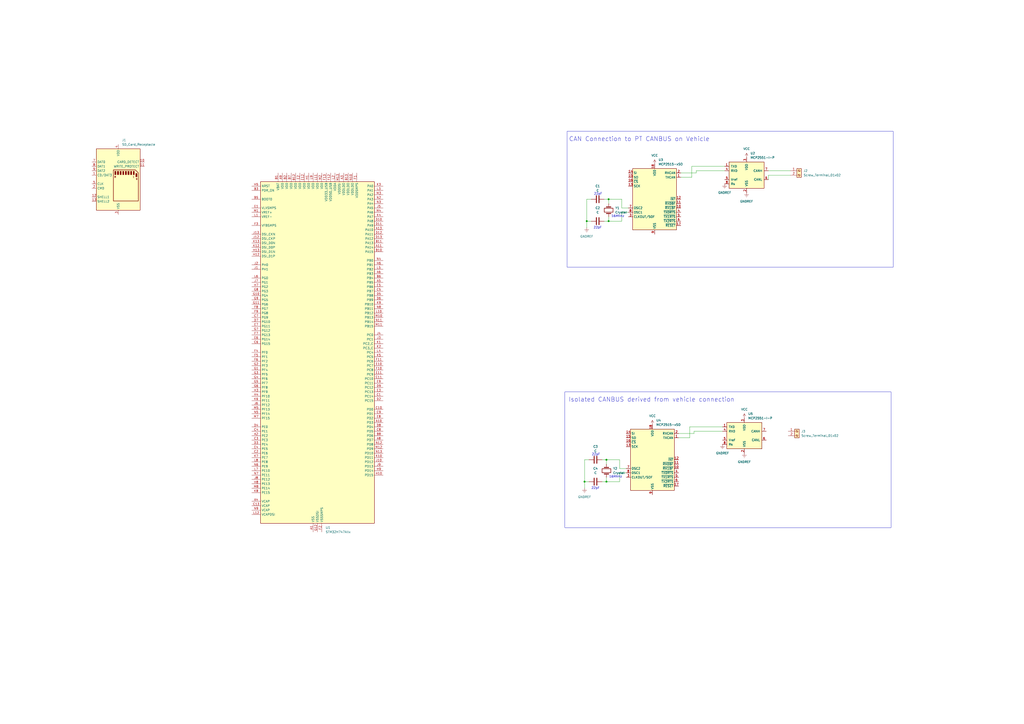
<source format=kicad_sch>
(kicad_sch (version 20231120) (generator "eeschema") (generator_version "8.0")
  (paper "A2")
  (lib_symbols
    (symbol "Connector:SD_Card_Receptacle"
      (property "Reference" "J" (at -11.938 19.304 0))
      (property "Value" "SD_Card_Receptacle" (at 10.922 -19.558 0))
      (symbol "SD_Card_Receptacle_0_1"
        (rectangle (start -2.032 2.794) (end -1.27 4.826) (fill (type outline)))
        (rectangle (start -0.508 2.794) (end 0.254 4.826) (fill (type outline)))
        (rectangle (start 1.016 2.794) (end 1.778 4.826) (fill (type outline)))
        (rectangle (start 2.54 2.794) (end 3.302 4.826) (fill (type outline)))
        (rectangle (start 4.064 2.794) (end 4.826 4.826) (fill (type outline)))
        (rectangle (start 5.588 2.794) (end 6.35 4.826) (fill (type outline)))
        (rectangle (start 7.112 2.794) (end 7.874 4.826) (fill (type outline)))
        (rectangle (start 8.636 2.794) (end 9.398 4.826) (fill (type outline)))
        (rectangle (start 10.16 1.524) (end 10.922 3.556) (fill (type outline)))
      )
      (symbol "SD_Card_Receptacle_1_1"
        (rectangle (start -12.7 17.78) (end 12.7 -17.78) (stroke (width 0.254)) (fill (type background)))
        (polyline (pts (xy 9.906 5.588) (xy -2.794 5.588) (xy -2.794 -12.446) (xy 11.684 -12.446) (xy 11.684 3.81) (xy 9.906 5.588)) (stroke (width 0.3)))
        (text "1" (at 8.89 1.524 0) (effects (font (size 0.9 0.9))))
        (text "8" (at -1.778 1.524 0) (effects (font (size 0.9 0.9))))
        (text "9" (at 10.668 0.254 0) (effects (font (size 0.9 0.9))))
        (pin bidirectional line (at -15.24 2.54 0) (length 2.54) (name "CD/DAT3") (number "1"))
        (pin output line (at 15.24 10.16 180) (length 2.54) (name "CARD_DETECT") (number "10"))
        (pin output line (at 15.24 7.62 180) (length 2.54) (name "WRITE_PROTECT") (number "11"))
        (pin passive line (at -15.24 -10.16 0) (length 2.54) (name "SHELL1") (number "12"))
        (pin passive line (at -15.24 -12.7 0) (length 2.54) (name "SHELL2") (number "13"))
        (pin bidirectional line (at -15.24 -5.08 0) (length 2.54) (name "CMD") (number "2"))
        (pin power_in line (at 0 -20.32 90) (length 2.54) (name "VSS") (number "3"))
        (pin power_in line (at 0 20.32 270) (length 2.54) (name "VDD") (number "4"))
        (pin input line (at -15.24 -2.54 0) (length 2.54) (name "CLK") (number "5"))
        (pin passive line (at 0 -20.32 90) (length 2.54) hide (name "VSS") (number "6"))
        (pin bidirectional line (at -15.24 10.16 0) (length 2.54) (name "DAT0") (number "7"))
        (pin bidirectional line (at -15.24 7.62 0) (length 2.54) (name "DAT1") (number "8"))
        (pin bidirectional line (at -15.24 5.08 0) (length 2.54) (name "DAT2") (number "9"))
      )
    )
    (symbol "Connector:Screw_Terminal_01x02" (pin_names (offset 1.016) hide)
      (property "Reference" "J" (at 0 2.54 0))
      (property "Value" "Screw_Terminal_01x02" (at 0 -5.08 0))
      (symbol "Screw_Terminal_01x02_1_1"
        (rectangle (start -1.27 1.27) (end 1.27 -3.81) (stroke (width 0.254)) (fill (type background)))
        (circle (center 0 -2.54) (radius 0.635) (stroke (width 0.1524)))
        (polyline (pts (xy -0.5334 -2.2098) (xy 0.3302 -3.048)) (stroke (width 0.1524)))
        (polyline (pts (xy -0.5334 0.3302) (xy 0.3302 -0.508)) (stroke (width 0.1524)))
        (polyline (pts (xy -0.3556 -2.032) (xy 0.508 -2.8702)) (stroke (width 0.1524)))
        (polyline (pts (xy -0.3556 0.508) (xy 0.508 -0.3302)) (stroke (width 0.1524)))
        (circle (center 0 0) (radius 0.635) (stroke (width 0.1524)))
        (pin passive line (at -5.08 0 0) (length 3.81) (name "Pin_1") (number "1"))
        (pin passive line (at -5.08 -2.54 0) (length 3.81) (name "Pin_2") (number "2"))
      )
    )
    (symbol "Device:C" (pin_numbers hide) (pin_names (offset 0.254))
      (property "Reference" "C" (at 0.635 2.54 0))
      (property "Value" "C" (at 0.635 -2.54 0))
      (symbol "C_0_1"
        (polyline (pts (xy -2.032 -0.762) (xy 2.032 -0.762)) (stroke (width 0.508)))
        (polyline (pts (xy -2.032 0.762) (xy 2.032 0.762)) (stroke (width 0.508)))
      )
      (symbol "C_1_1"
        (pin passive line (at 0 3.81 270) (length 2.794) (name "~") (number "1"))
        (pin passive line (at 0 -3.81 90) (length 2.794) (name "~") (number "2"))
      )
    )
    (symbol "Device:Crystal" (pin_numbers hide) (pin_names (offset 1.016) hide)
      (property "Reference" "Y" (at 0 3.81 0))
      (property "Value" "Crystal" (at 0 -3.81 0))
      (symbol "Crystal_0_1"
        (rectangle (start -1.143 2.54) (end 1.143 -2.54) (stroke (width 0.3048)))
        (polyline (pts (xy -2.54 0) (xy -1.905 0)))
        (polyline (pts (xy -1.905 -1.27) (xy -1.905 1.27)) (stroke (width 0.508)))
        (polyline (pts (xy 1.905 -1.27) (xy 1.905 1.27)) (stroke (width 0.508)))
        (polyline (pts (xy 2.54 0) (xy 1.905 0)))
      )
      (symbol "Crystal_1_1"
        (pin passive line (at -3.81 0 0) (length 1.27) (name "1") (number "1"))
        (pin passive line (at 3.81 0 180) (length 1.27) (name "2") (number "2"))
      )
    )
    (symbol "Interface_CAN_LIN:MCP2515-xSO"
      (property "Reference" "U" (at -10.16 19.685 0))
      (property "Value" "MCP2515-xSO" (at 19.05 20.32 0))
      (symbol "MCP2515-xSO_0_1"
        (rectangle (start -12.7 17.78) (end 12.7 -17.78) (stroke (width 0.254)) (fill (type background)))
      )
      (symbol "MCP2515-xSO_1_1"
        (pin output line (at 15.24 12.7 180) (length 2.54) (name "TXCAN") (number "1"))
        (pin output line (at 15.24 -5.08 180) (length 2.54) (name "~{RX1BF}") (number "10"))
        (pin output line (at 15.24 -2.54 180) (length 2.54) (name "~{RX0BF}") (number "11"))
        (pin output line (at 15.24 0 180) (length 2.54) (name "~{INT}") (number "12"))
        (pin input line (at -15.24 7.62 0) (length 2.54) (name "SCK") (number "13"))
        (pin input line (at -15.24 15.24 0) (length 2.54) (name "SI") (number "14"))
        (pin output line (at -15.24 12.7 0) (length 2.54) (name "SO") (number "15"))
        (pin input line (at -15.24 10.16 0) (length 2.54) (name "~{CS}") (number "16"))
        (pin input line (at 15.24 -15.24 180) (length 2.54) (name "~{RESET}") (number "17"))
        (pin power_in line (at 0 20.32 270) (length 2.54) (name "VDD") (number "18"))
        (pin input line (at 15.24 15.24 180) (length 2.54) (name "RXCAN") (number "2"))
        (pin output line (at -15.24 -10.16 0) (length 2.54) (name "CLKOUT/SOF") (number "3"))
        (pin input line (at 15.24 -7.62 180) (length 2.54) (name "~{TX0RTS}") (number "4"))
        (pin input line (at 15.24 -10.16 180) (length 2.54) (name "~{TX1RTS}") (number "5"))
        (pin input line (at 15.24 -12.7 180) (length 2.54) (name "~{TX2RTS}") (number "6"))
        (pin output line (at -15.24 -5.08 0) (length 2.54) (name "OSC2") (number "7"))
        (pin input line (at -15.24 -7.62 0) (length 2.54) (name "OSC1") (number "8"))
        (pin power_in line (at 0 -20.32 90) (length 2.54) (name "VSS") (number "9"))
      )
    )
    (symbol "Interface_CAN_LIN:MCP2551-I-P" (pin_names (offset 1.016))
      (property "Reference" "U" (at -10.16 8.89 0))
      (property "Value" "MCP2551-I-P" (at 2.54 8.89 0))
      (symbol "MCP2551-I-P_0_1"
        (rectangle (start -10.16 7.62) (end 10.16 -7.62) (stroke (width 0.254)) (fill (type background)))
      )
      (symbol "MCP2551-I-P_1_1"
        (pin input line (at -12.7 5.08 0) (length 2.54) (name "TXD") (number "1"))
        (pin power_in line (at 0 -10.16 90) (length 2.54) (name "VSS") (number "2"))
        (pin power_in line (at 0 10.16 270) (length 2.54) (name "VDD") (number "3"))
        (pin output line (at -12.7 2.54 0) (length 2.54) (name "RXD") (number "4"))
        (pin power_out line (at -12.7 -2.54 0) (length 2.54) (name "Vref") (number "5"))
        (pin bidirectional line (at 12.7 -2.54 180) (length 2.54) (name "CANL") (number "6"))
        (pin bidirectional line (at 12.7 2.54 180) (length 2.54) (name "CANH") (number "7"))
        (pin input line (at -12.7 -5.08 0) (length 2.54) (name "Rs") (number "8"))
      )
    )
    (symbol "MCU_ST_STM32H7:STM32H747AIIx"
      (property "Reference" "U" (at -33.02 100.33 0))
      (property "Value" "STM32H747AIIx" (at 25.4 100.33 0))
      (symbol "STM32H747AIIx_0_1"
        (rectangle (start -33.02 -99.06) (end 33.02 99.06) (stroke (width 0.254)) (fill (type background)))
      )
      (symbol "STM32H747AIIx_1_1"
        (pin power_in line (at -2.54 -104.14 90) (length 5.08) (name "VSS") (number "A1"))
        (pin bidirectional line (at 38.1 -40.64 180) (length 5.08) (name "PD3") (number "A10"))
        (pin bidirectional line (at 38.1 60.96 180) (length 5.08) (name "PA14") (number "A11"))
        (pin passive line (at -2.54 -104.14 90) (length 5.08) hide (name "VSS") (number "A12"))
        (pin bidirectional line (at 38.1 71.12 180) (length 5.08) (name "PA10") (number "A13"))
        (pin bidirectional line (at -38.1 -48.26 0) (length 5.08) (name "PE2") (number "A2"))
        (pin power_in line (at 15.24 104.14 270) (length 5.08) (name "VDDLDO") (number "A3"))
        (pin power_out line (at -38.1 -86.36 0) (length 5.08) (name "VCAP") (number "A4"))
        (pin bidirectional line (at 38.1 40.64 180) (length 5.08) (name "PB5") (number "A5"))
        (pin bidirectional line (at 38.1 45.72 180) (length 5.08) (name "PB3") (number "A6"))
        (pin passive line (at -2.54 -104.14 90) (length 5.08) hide (name "VSS") (number "A7"))
        (pin bidirectional line (at 38.1 -50.8 180) (length 5.08) (name "PD7") (number "A8"))
        (pin power_in line (at -20.32 104.14 270) (length 5.08) (name "VDD") (number "A9"))
        (pin power_in line (at -22.86 104.14 270) (length 5.08) (name "VBAT") (number "B1"))
        (pin bidirectional line (at 38.1 58.42 180) (length 5.08) (name "PA15") (number "B10"))
        (pin bidirectional line (at 38.1 63.5 180) (length 5.08) (name "PA13") (number "B11"))
        (pin power_in line (at -12.7 104.14 270) (length 5.08) (name "VDD") (number "B12"))
        (pin power_in line (at 17.78 104.14 270) (length 5.08) (name "VDDLDO") (number "B13"))
        (pin power_in line (at -17.78 104.14 270) (length 5.08) (name "VDD") (number "B2"))
        (pin input line (at -38.1 93.98 0) (length 5.08) (name "PDR_ON") (number "B3"))
        (pin passive line (at -2.54 -104.14 90) (length 5.08) hide (name "VSS") (number "B4"))
        (pin input line (at -38.1 88.9 0) (length 5.08) (name "BOOT0") (number "B5"))
        (pin bidirectional line (at 38.1 43.18 180) (length 5.08) (name "PB4") (number "B6"))
        (pin power_in line (at -15.24 104.14 270) (length 5.08) (name "VDD") (number "B7"))
        (pin bidirectional line (at 38.1 -48.26 180) (length 5.08) (name "PD6") (number "B8"))
        (pin passive line (at -2.54 -104.14 90) (length 5.08) hide (name "VSS") (number "B9"))
        (pin bidirectional line (at 38.1 -25.4 180) (length 5.08) (name "PC14") (number "C1"))
        (pin bidirectional line (at 38.1 -33.02 180) (length 5.08) (name "PD0") (number "C10"))
        (pin bidirectional line (at 38.1 -15.24 180) (length 5.08) (name "PC10") (number "C11"))
        (pin passive line (at -2.54 -104.14 90) (length 5.08) hide (name "VSS") (number "C12"))
        (pin power_out line (at -38.1 -88.9 0) (length 5.08) (name "VCAP") (number "C13"))
        (pin bidirectional line (at -38.1 -58.42 0) (length 5.08) (name "PE6") (number "C2"))
        (pin bidirectional line (at -38.1 -50.8 0) (length 5.08) (name "PE3") (number "C3"))
        (pin bidirectional line (at -38.1 -45.72 0) (length 5.08) (name "PE1") (number "C4"))
        (pin bidirectional line (at 38.1 35.56 180) (length 5.08) (name "PB7") (number "C5"))
        (pin bidirectional line (at -38.1 5.08 0) (length 5.08) (name "PG15") (number "C6"))
        (pin bidirectional line (at -38.1 20.32 0) (length 5.08) (name "PG9") (number "C7"))
        (pin bidirectional line (at 38.1 -45.72 180) (length 5.08) (name "PD5") (number "C8"))
        (pin bidirectional line (at 38.1 -35.56 180) (length 5.08) (name "PD1") (number "C9"))
        (pin passive line (at -2.54 -104.14 90) (length 5.08) hide (name "VSS") (number "D1"))
        (pin bidirectional line (at 38.1 76.2 180) (length 5.08) (name "PA8") (number "D10"))
        (pin bidirectional line (at 38.1 73.66 180) (length 5.08) (name "PA9") (number "D11"))
        (pin bidirectional line (at 38.1 68.58 180) (length 5.08) (name "PA11") (number "D12"))
        (pin bidirectional line (at 38.1 66.04 180) (length 5.08) (name "PA12") (number "D13"))
        (pin bidirectional line (at 38.1 -27.94 180) (length 5.08) (name "PC15") (number "D2"))
        (pin bidirectional line (at -38.1 -53.34 0) (length 5.08) (name "PE4") (number "D3"))
        (pin bidirectional line (at -38.1 -43.18 0) (length 5.08) (name "PE0") (number "D4"))
        (pin bidirectional line (at 38.1 33.02 180) (length 5.08) (name "PB8") (number "D5"))
        (pin bidirectional line (at 38.1 30.48 180) (length 5.08) (name "PB9") (number "D6"))
        (pin bidirectional line (at -38.1 17.78 0) (length 5.08) (name "PG10") (number "D7"))
        (pin bidirectional line (at 38.1 -43.18 180) (length 5.08) (name "PD4") (number "D8"))
        (pin bidirectional line (at 38.1 -20.32 180) (length 5.08) (name "PC12") (number "D9"))
        (pin power_in line (at -38.1 83.82 0) (length 5.08) (name "VLXSMPS") (number "E1"))
        (pin bidirectional line (at 38.1 -7.62 180) (length 5.08) (name "PC7") (number "E10"))
        (pin bidirectional line (at 38.1 -12.7 180) (length 5.08) (name "PC9") (number "E11"))
        (pin power_in line (at -7.62 104.14 270) (length 5.08) (name "VDD") (number "E12"))
        (pin passive line (at -2.54 -104.14 90) (length 5.08) hide (name "VSS") (number "E13"))
        (pin power_in line (at -10.16 104.14 270) (length 5.08) (name "VDD") (number "E2"))
        (pin bidirectional line (at 38.1 -22.86 180) (length 5.08) (name "PC13") (number "E3"))
        (pin bidirectional line (at -38.1 -55.88 0) (length 5.08) (name "PE5") (number "E4"))
        (pin bidirectional line (at 38.1 38.1 180) (length 5.08) (name "PB6") (number "E5"))
        (pin bidirectional line (at -38.1 7.62 0) (length 5.08) (name "PG14") (number "E6"))
        (pin bidirectional line (at -38.1 15.24 0) (length 5.08) (name "PG11") (number "E7"))
        (pin bidirectional line (at 38.1 -38.1 180) (length 5.08) (name "PD2") (number "E8"))
        (pin bidirectional line (at 38.1 -17.78 180) (length 5.08) (name "PC11") (number "E9"))
        (pin power_in line (at 22.86 104.14 270) (length 5.08) (name "VDDSMPS") (number "F1"))
        (pin bidirectional line (at 38.1 -10.16 180) (length 5.08) (name "PC8") (number "F10"))
        (pin bidirectional line (at 38.1 -5.08 180) (length 5.08) (name "PC6") (number "F11"))
        (pin power_in line (at 7.62 104.14 270) (length 5.08) (name "VDD50_USB") (number "F12"))
        (pin power_in line (at 5.08 104.14 270) (length 5.08) (name "VDD33_USB") (number "F13"))
        (pin power_in line (at 2.54 -104.14 90) (length 5.08) (name "VSSSMPS") (number "F2"))
        (pin input line (at -38.1 73.66 0) (length 5.08) (name "VFBSMPS") (number "F3"))
        (pin bidirectional line (at -38.1 0 0) (length 5.08) (name "PF0") (number "F4"))
        (pin bidirectional line (at -38.1 -2.54 0) (length 5.08) (name "PF1") (number "F5"))
        (pin bidirectional line (at -38.1 -5.08 0) (length 5.08) (name "PF2") (number "F6"))
        (pin bidirectional line (at -38.1 10.16 0) (length 5.08) (name "PG13") (number "F7"))
        (pin bidirectional line (at -38.1 25.4 0) (length 5.08) (name "PG7") (number "F8"))
        (pin bidirectional line (at -38.1 22.86 0) (length 5.08) (name "PG8") (number "F9"))
        (pin bidirectional line (at -38.1 -10.16 0) (length 5.08) (name "PF4") (number "G1"))
        (pin bidirectional line (at -38.1 33.02 0) (length 5.08) (name "PG4") (number "G10"))
        (pin bidirectional line (at -38.1 27.94 0) (length 5.08) (name "PG6") (number "G11"))
        (pin power_in line (at 0 -104.14 90) (length 5.08) (name "VSSDSI") (number "G12"))
        (pin passive line (at 0 -104.14 90) (length 5.08) hide (name "VSSDSI") (number "G13"))
        (pin bidirectional line (at -38.1 -7.62 0) (length 5.08) (name "PF3") (number "G2"))
        (pin bidirectional line (at -38.1 -12.7 0) (length 5.08) (name "PF5") (number "G3"))
        (pin bidirectional line (at -38.1 -15.24 0) (length 5.08) (name "PF6") (number "G4"))
        (pin bidirectional line (at -38.1 -17.78 0) (length 5.08) (name "PF7") (number "G5"))
        (pin bidirectional line (at -38.1 -20.32 0) (length 5.08) (name "PF8") (number "G6"))
        (pin bidirectional line (at -38.1 12.7 0) (length 5.08) (name "PG12") (number "G7"))
        (pin bidirectional line (at -38.1 35.56 0) (length 5.08) (name "PG3") (number "G8"))
        (pin bidirectional line (at -38.1 30.48 0) (length 5.08) (name "PG5") (number "G9"))
        (pin power_in line (at -5.08 104.14 270) (length 5.08) (name "VDD") (number "H1"))
        (pin bidirectional line (at 38.1 -71.12 180) (length 5.08) (name "PD15") (number "H10"))
        (pin passive line (at -2.54 -104.14 90) (length 5.08) hide (name "VSS") (number "H11"))
        (pin bidirectional line (at -38.1 55.88 0) (length 5.08) (name "DSI_D1P") (number "H12"))
        (pin bidirectional line (at -38.1 58.42 0) (length 5.08) (name "DSI_D1N") (number "H13"))
        (pin passive line (at -2.54 -104.14 90) (length 5.08) hide (name "VSS") (number "H2"))
        (pin bidirectional line (at -38.1 -22.86 0) (length 5.08) (name "PF9") (number "H3"))
        (pin bidirectional line (at -38.1 -25.4 0) (length 5.08) (name "PF10") (number "H4"))
        (pin input line (at -38.1 96.52 0) (length 5.08) (name "NRST") (number "H5"))
        (pin bidirectional line (at 38.1 50.8 180) (length 5.08) (name "PB1") (number "H6"))
        (pin bidirectional line (at -38.1 38.1 0) (length 5.08) (name "PG2") (number "H7"))
        (pin bidirectional line (at -38.1 -76.2 0) (length 5.08) (name "PE13") (number "H8"))
        (pin bidirectional line (at 38.1 -68.58 180) (length 5.08) (name "PD14") (number "H9"))
        (pin bidirectional line (at -38.1 48.26 0) (length 5.08) (name "PH1") (number "J1"))
        (pin bidirectional line (at 38.1 -63.5 180) (length 5.08) (name "PD12") (number "J10"))
        (pin passive line (at -2.54 -104.14 90) (length 5.08) hide (name "VSS") (number "J11"))
        (pin bidirectional line (at -38.1 66.04 0) (length 5.08) (name "DSI_CKP") (number "J12"))
        (pin bidirectional line (at -38.1 68.58 0) (length 5.08) (name "DSI_CKN") (number "J13"))
        (pin bidirectional line (at -38.1 50.8 0) (length 5.08) (name "PH0") (number "J2"))
        (pin bidirectional line (at 38.1 7.62 180) (length 5.08) (name "PC1") (number "J3"))
        (pin bidirectional line (at 38.1 10.16 180) (length 5.08) (name "PC0") (number "J4"))
        (pin bidirectional line (at 38.1 83.82 180) (length 5.08) (name "PA5") (number "J5"))
        (pin bidirectional line (at -38.1 -30.48 0) (length 5.08) (name "PF12") (number "J6"))
        (pin bidirectional line (at -38.1 40.64 0) (length 5.08) (name "PG1") (number "J7"))
        (pin bidirectional line (at -38.1 -73.66 0) (length 5.08) (name "PE12") (number "J8"))
        (pin bidirectional line (at 38.1 -66.04 180) (length 5.08) (name "PD13") (number "J9"))
        (pin bidirectional line (at 38.1 5.08 180) (length 5.08) (name "PC2_C") (number "K1"))
        (pin bidirectional line (at 38.1 -60.96 180) (length 5.08) (name "PD11") (number "K10"))
        (pin passive line (at -2.54 -104.14 90) (length 5.08) hide (name "VSS") (number "K11"))
        (pin bidirectional line (at -38.1 60.96 0) (length 5.08) (name "DSI_D0P") (number "K12"))
        (pin bidirectional line (at -38.1 63.5 0) (length 5.08) (name "DSI_D0N") (number "K13"))
        (pin bidirectional line (at 38.1 2.54 180) (length 5.08) (name "PC3_C") (number "K2"))
        (pin bidirectional line (at 38.1 96.52 180) (length 5.08) (name "PA0") (number "K3"))
        (pin bidirectional line (at 38.1 78.74 180) (length 5.08) (name "PA7") (number "K4"))
        (pin bidirectional line (at 38.1 -2.54 180) (length 5.08) (name "PC5") (number "K5"))
        (pin bidirectional line (at -38.1 -27.94 0) (length 5.08) (name "PF11") (number "K6"))
        (pin bidirectional line (at -38.1 -60.96 0) (length 5.08) (name "PE7") (number "K7"))
        (pin bidirectional line (at -38.1 -81.28 0) (length 5.08) (name "PE15") (number "K8"))
        (pin bidirectional line (at 38.1 27.94 180) (length 5.08) (name "PB10") (number "K9"))
        (pin input line (at -38.1 78.74 0) (length 5.08) (name "VREF-") (number "L1"))
        (pin bidirectional line (at 38.1 22.86 180) (length 5.08) (name "PB12") (number "L10"))
        (pin power_in line (at 0 104.14 270) (length 5.08) (name "VDD") (number "L11"))
        (pin power_out line (at -38.1 -93.98 0) (length 5.08) (name "VCAPDSI") (number "L12"))
        (pin passive line (at -2.54 -104.14 90) (length 5.08) hide (name "VSS") (number "L13"))
        (pin power_in line (at 10.16 104.14 270) (length 5.08) (name "VDDA") (number "L2"))
        (pin bidirectional line (at 38.1 93.98 180) (length 5.08) (name "PA1") (number "L3"))
        (pin bidirectional line (at 38.1 0 180) (length 5.08) (name "PC4") (number "L4"))
        (pin bidirectional line (at 38.1 48.26 180) (length 5.08) (name "PB2") (number "L5"))
        (pin bidirectional line (at -38.1 43.18 0) (length 5.08) (name "PG0") (number "L6"))
        (pin bidirectional line (at -38.1 -68.58 0) (length 5.08) (name "PE10") (number "L7"))
        (pin bidirectional line (at -38.1 -63.5 0) (length 5.08) (name "PE8") (number "L8"))
        (pin power_in line (at -2.54 104.14 270) (length 5.08) (name "VDD") (number "L9"))
        (pin input line (at -38.1 81.28 0) (length 5.08) (name "VREF+") (number "M1"))
        (pin bidirectional line (at 38.1 20.32 180) (length 5.08) (name "PB13") (number "M10"))
        (pin bidirectional line (at 38.1 15.24 180) (length 5.08) (name "PB15") (number "M11"))
        (pin bidirectional line (at 38.1 -55.88 180) (length 5.08) (name "PD9") (number "M12"))
        (pin power_in line (at 12.7 104.14 270) (length 5.08) (name "VDDDSI") (number "M13"))
        (pin power_in line (at 2.54 104.14 270) (length 5.08) (name "VDD") (number "M2"))
        (pin bidirectional line (at 38.1 91.44 180) (length 5.08) (name "PA2") (number "M3"))
        (pin bidirectional line (at 38.1 81.28 180) (length 5.08) (name "PA6") (number "M4"))
        (pin bidirectional line (at -38.1 -33.02 0) (length 5.08) (name "PF13") (number "M5"))
        (pin passive line (at -2.54 -104.14 90) (length 5.08) hide (name "VSS") (number "M6"))
        (pin bidirectional line (at -38.1 -38.1 0) (length 5.08) (name "PF15") (number "M7"))
        (pin bidirectional line (at -38.1 -78.74 0) (length 5.08) (name "PE14") (number "M8"))
        (pin passive line (at -2.54 -104.14 90) (length 5.08) hide (name "VSS") (number "M9"))
        (pin passive line (at -2.54 -104.14 90) (length 5.08) hide (name "VSS") (number "N1"))
        (pin power_in line (at 20.32 104.14 270) (length 5.08) (name "VDDLDO") (number "N10"))
        (pin bidirectional line (at 38.1 17.78 180) (length 5.08) (name "PB14") (number "N11"))
        (pin bidirectional line (at 38.1 -53.34 180) (length 5.08) (name "PD8") (number "N12"))
        (pin bidirectional line (at 38.1 -58.42 180) (length 5.08) (name "PD10") (number "N13"))
        (pin bidirectional line (at 38.1 88.9 180) (length 5.08) (name "PA3") (number "N2"))
        (pin bidirectional line (at 38.1 86.36 180) (length 5.08) (name "PA4") (number "N3"))
        (pin bidirectional line (at 38.1 53.34 180) (length 5.08) (name "PB0") (number "N4"))
        (pin bidirectional line (at -38.1 -35.56 0) (length 5.08) (name "PF14") (number "N5"))
        (pin bidirectional line (at -38.1 -66.04 0) (length 5.08) (name "PE9") (number "N6"))
        (pin bidirectional line (at -38.1 -71.12 0) (length 5.08) (name "PE11") (number "N7"))
        (pin bidirectional line (at 38.1 25.4 180) (length 5.08) (name "PB11") (number "N8"))
        (pin power_out line (at -38.1 -91.44 0) (length 5.08) (name "VCAP") (number "N9"))
      )
    )
    (symbol "power:GNDREF" (power) (pin_numbers hide) (pin_names (offset 0) hide)
      (property "Value" "GNDREF" (at 0 -3.81 0))
      (symbol "GNDREF_0_1"
        (polyline (pts (xy -0.635 -1.905) (xy 0.635 -1.905)))
        (polyline (pts (xy -0.127 -2.54) (xy 0.127 -2.54)))
        (polyline (pts (xy 0 -1.27) (xy 0 0)))
        (polyline (pts (xy 1.27 -1.27) (xy -1.27 -1.27)))
      )
      (symbol "GNDREF_1_1"
        (pin power_in line (at 0 0 270) (length 0) (name "~") (number "1"))
      )
    )
    (symbol "power:VCC" (power) (pin_numbers hide) (pin_names (offset 0) hide)
      (property "Value" "VCC" (at 0 3.556 0))
      (symbol "VCC_0_1"
        (polyline (pts (xy -0.762 1.27) (xy 0 2.54)))
        (polyline (pts (xy 0 0) (xy 0 2.54)))
        (polyline (pts (xy 0 2.54) (xy 0.762 1.27)))
      )
      (symbol "VCC_1_1"
        (pin power_in line (at 0 0 90) (length 0) (name "~") (number "1"))
      )
    )
  )
  (junction (at 351.79 279.4))
  (junction (at 339.09 279.4))
  (junction (at 353.06 115.57))
  (junction (at 340.36 128.27))
  (junction (at 353.06 128.27))
  (junction (at 351.79 266.7))
  (wire (pts (xy 364.49 123.19) (xy 360.68 123.19)))
  (wire (pts (xy 403.86 99.06) (xy 403.86 100.33)))
  (wire (pts (xy 340.36 115.57) (xy 340.36 128.27)))
  (wire (pts (xy 339.09 279.4) (xy 341.63 279.4)))
  (wire (pts (xy 350.52 115.57) (xy 353.06 115.57)))
  (wire (pts (xy 419.1 250.19) (xy 402.59 250.19)))
  (wire (pts (xy 401.32 96.52) (xy 401.32 102.87)))
  (wire (pts (xy 420.37 99.06) (xy 403.86 99.06)))
  (wire (pts (xy 364.49 120.65) (xy 360.68 120.65)))
  (wire (pts (xy 402.59 250.19) (xy 402.59 251.46)))
  (wire (pts (xy 349.25 266.7) (xy 351.79 266.7)))
  (wire (pts (xy 339.09 266.7) (xy 339.09 279.4)))
  (wire (pts (xy 360.68 115.57) (xy 353.06 115.57)))
  (wire (pts (xy 458.47 101.6) (xy 445.77 101.6)))
  (wire (pts (xy 419.1 247.65) (xy 400.05 247.65)))
  (wire (pts (xy 353.06 125.73) (xy 353.06 128.27)))
  (wire (pts (xy 360.68 120.65) (xy 360.68 115.57)))
  (wire (pts (xy 351.79 266.7) (xy 351.79 269.24)))
  (wire (pts (xy 363.22 274.32) (xy 359.41 274.32)))
  (wire (pts (xy 360.68 128.27) (xy 353.06 128.27)))
  (wire (pts (xy 363.22 271.78) (xy 359.41 271.78)))
  (wire (pts (xy 402.59 251.46) (xy 393.7 251.46)))
  (wire (pts (xy 420.37 96.52) (xy 401.32 96.52)))
  (wire (pts (xy 359.41 266.7) (xy 351.79 266.7)))
  (wire (pts (xy 445.77 99.06) (xy 458.47 99.06)))
  (wire (pts (xy 359.41 271.78) (xy 359.41 266.7)))
  (wire (pts (xy 400.05 247.65) (xy 400.05 254)))
  (wire (pts (xy 350.52 128.27) (xy 353.06 128.27)))
  (wire (pts (xy 349.25 279.4) (xy 351.79 279.4)))
  (wire (pts (xy 340.36 115.57) (xy 342.9 115.57)))
  (wire (pts (xy 353.06 115.57) (xy 353.06 118.11)))
  (wire (pts (xy 340.36 128.27) (xy 340.36 132.08)))
  (wire (pts (xy 360.68 123.19) (xy 360.68 128.27)))
  (wire (pts (xy 339.09 279.4) (xy 339.09 283.21)))
  (wire (pts (xy 339.09 266.7) (xy 341.63 266.7)))
  (wire (pts (xy 403.86 100.33) (xy 394.97 100.33)))
  (wire (pts (xy 340.36 128.27) (xy 342.9 128.27)))
  (wire (pts (xy 401.32 102.87) (xy 394.97 102.87)))
  (wire (pts (xy 359.41 274.32) (xy 359.41 279.4)))
  (wire (pts (xy 400.05 254) (xy 393.7 254)))
  (wire (pts (xy 359.41 279.4) (xy 351.79 279.4)))
  (wire (pts (xy 351.79 276.86) (xy 351.79 279.4)))
  (wire (pts (xy 445.77 101.6) (xy 445.77 104.14)))
  (rectangle (start 327.66 227.33) (end 516.89 306.07))
  (rectangle (start 328.93 76.2) (end 518.16 154.94))
  (text "22pF\n" (at 345.44 283.21 0) (effects (font (size 1.27 1.27))))
  (text "22pF\n" (at 346.71 132.08 0) (effects (font (size 1.27 1.27))))
  (text "16MhHz" (at 358.394 125.476 0) (effects (font (size 1.27 1.27))))
  (text "CAN Connection to PT CANBUS on Vehicle" (at 370.84 80.772 0) (effects (font (size 2.54 2.54))))
  (text "Isolated CANBUS derived from vehicle connection" (at 377.952 231.902 0) (effects (font (size 2.54 2.54))))
  (text "22pF" (at 345.694 263.652 0) (effects (font (size 1.27 1.27))))
  (text "22pF" (at 346.964 112.522 0) (effects (font (size 1.27 1.27))))
  (text "16MhHz" (at 357.124 276.606 0) (effects (font (size 1.27 1.27))))
  (symbol (lib_id "Connector:Screw_Terminal_01x02") (at 463.55 99.06 0) (unit 1)
    (property "Reference" "J2" (at 466.09 99.0599 0) (effects (justify left)))
    (property "Value" "Screw_Terminal_01x02" (at 466.09 101.5999 0) (effects (justify left)))
    (property "Description" "Generic screw terminal, single row, 01x02, script generated (kicad-library-utils/schlib/autogen/connector/)" (effects (hide yes)))
  )
  (symbol (lib_id "power:VCC") (at 378.46 246.38 0) (unit 1)
    (property "Reference" "#PWR07" (effects (hide yes)))
    (property "Value" "VCC" (at 378.46 241.3 0))
    (property "Description" "Power symbol creates a global label with name \"VCC\"" (effects (hide yes)))
  )
  (symbol (lib_id "power:VCC") (at 379.73 95.25 0) (unit 1)
    (property "Reference" "#PWR04" (effects (hide yes)))
    (property "Value" "VCC" (at 379.73 90.17 0))
    (property "Description" "Power symbol creates a global label with name \"VCC\"" (effects (hide yes)))
  )
  (symbol (lib_id "Device:C") (at 346.71 115.57 270) (unit 1)
    (property "Reference" "C1" (at 346.71 107.95 90))
    (property "Value" "C" (at 346.71 110.49 90))
    (property "Description" "Unpolarized capacitor" (effects (hide yes)))
  )
  (symbol (lib_id "Device:C") (at 345.44 266.7 270) (unit 1)
    (property "Reference" "C3" (at 345.44 259.08 90))
    (property "Value" "C" (at 345.44 261.62 90))
    (property "Description" "Unpolarized capacitor" (effects (hide yes)))
  )
  (symbol (lib_id "power:GNDREF") (at 420.37 106.68 0) (unit 1)
    (property "Reference" "#PWR02" (effects (hide yes)))
    (property "Value" "GNDREF" (at 420.37 111.76 0))
    (property "Description" "Power symbol creates a global label with name \"GNDREF\" , reference supply ground" (effects (hide yes)))
  )
  (symbol (lib_id "Interface_CAN_LIN:MCP2515-xSO") (at 378.46 266.7 0) (unit 1)
    (property "Reference" "U4" (at 380.6541 243.84 0) (effects (justify left)))
    (property "Value" "MCP2515-xSO" (at 380.6541 246.38 0) (effects (justify left)))
    (property "Footprint" "Package_SO:SOIC-18W_7.5x11.6mm_P1.27mm" (effects (hide yes)))
    (property "Datasheet" "http://ww1.microchip.com/downloads/en/DeviceDoc/21801e.pdf" (effects (hide yes)))
    (property "Description" "Stand-Alone CAN Controller with SPI Interface, SOIC-18" (effects (hide yes)))
  )
  (symbol (lib_id "power:GNDREF") (at 339.09 283.21 0) (unit 1)
    (property "Reference" "#PWR06" (effects (hide yes)))
    (property "Value" "GNDREF" (at 339.09 288.29 0))
    (property "Description" "Power symbol creates a global label with name \"GNDREF\" , reference supply ground" (effects (hide yes)))
  )
  (symbol (lib_id "Interface_CAN_LIN:MCP2515-xSO") (at 379.73 115.57 0) (unit 1)
    (property "Reference" "U3" (at 381.9241 92.71 0) (effects (justify left)))
    (property "Value" "MCP2515-xSO" (at 381.9241 95.25 0) (effects (justify left)))
    (property "Footprint" "Package_SO:SOIC-18W_7.5x11.6mm_P1.27mm" (effects (hide yes)))
    (property "Datasheet" "http://ww1.microchip.com/downloads/en/DeviceDoc/21801e.pdf" (effects (hide yes)))
    (property "Description" "Stand-Alone CAN Controller with SPI Interface, SOIC-18" (effects (hide yes)))
  )
  (symbol (lib_id "power:GNDREF") (at 419.1 257.81 0) (unit 1)
    (property "Reference" "#PWR08" (effects (hide yes)))
    (property "Value" "GNDREF" (at 419.1 262.89 0))
    (property "Description" "Power symbol creates a global label with name \"GNDREF\" , reference supply ground" (effects (hide yes)))
  )
  (symbol (lib_id "Device:C") (at 346.71 128.27 270) (unit 1)
    (property "Reference" "C2" (at 346.71 120.65 90))
    (property "Value" "C" (at 346.71 123.19 90))
    (property "Description" "Unpolarized capacitor" (effects (hide yes)))
  )
  (symbol (lib_id "Connector:SD_Card_Receptacle") (at 68.58 104.14 0) (unit 1)
    (property "Reference" "J1" (at 70.7741 81.28 0) (effects (justify left)))
    (property "Value" "SD_Card_Receptacle" (at 70.7741 83.82 0) (effects (justify left)))
    (property "Datasheet" "http://portal.fciconnect.com/Comergent//fci/drawing/10067847.pdf" (effects (hide yes)))
    (property "Description" "SD card receptacle" (effects (hide yes)))
  )
  (symbol (lib_id "MCU_ST_STM32H7:STM32H747AIIx") (at 184.15 204.47 0) (unit 1)
    (property "Reference" "U1" (at 188.8841 306.07 0) (effects (justify left)))
    (property "Value" "STM32H747AIIx" (at 188.8841 308.61 0) (effects (justify left)))
    (property "Footprint" "Package_BGA:UFBGA-169_7x7mm_Layout13x13_P0.5mm" (effects (hide yes)))
    (property "Datasheet" "https://www.st.com/resource/en/datasheet/stm32h747ai.pdf" (effects (hide yes)))
    (property "Description" "STMicroelectronics Arm Cortex-M7 MCU, 2048KB flash, 1024KB RAM, 480 MHz, 1.62-3.6V, 114 GPIO, UFBGA169" (effects (hide yes)))
  )
  (symbol (lib_id "Device:Crystal") (at 353.06 121.92 270) (unit 1)
    (property "Reference" "Y1" (at 356.87 120.6499 90) (effects (justify left)))
    (property "Value" "Crystal" (at 356.87 123.1899 90) (effects (justify left)))
    (property "Description" "Two pin crystal" (effects (hide yes)))
  )
  (symbol (lib_id "power:GNDREF") (at 433.07 111.76 0) (unit 1)
    (property "Reference" "#PWR01" (effects (hide yes)))
    (property "Value" "GNDREF" (at 433.07 116.84 0))
    (property "Description" "Power symbol creates a global label with name \"GNDREF\" , reference supply ground" (effects (hide yes)))
  )
  (symbol (lib_id "power:VCC") (at 431.8 242.57 0) (unit 1)
    (property "Reference" "#PWR09" (effects (hide yes)))
    (property "Value" "VCC" (at 431.8 237.49 0))
    (property "Description" "Power symbol creates a global label with name \"VCC\"" (effects (hide yes)))
  )
  (symbol (lib_id "Interface_CAN_LIN:MCP2551-I-P") (at 433.07 101.6 0) (unit 1)
    (property "Reference" "U2" (at 435.2641 88.9 0) (effects (justify left)))
    (property "Value" "MCP2551-I-P" (at 435.2641 91.44 0) (effects (justify left)))
    (property "Footprint" "Package_DIP:DIP-8_W7.62mm" (effects (hide yes)))
    (property "Datasheet" "http://ww1.microchip.com/downloads/en/devicedoc/21667d.pdf" (effects (hide yes)))
    (property "Description" "High-Speed CAN Transceiver, 1Mbps, 5V supply, DIP-8" (effects (hide yes)))
  )
  (symbol (lib_id "Connector:Screw_Terminal_01x02") (at 462.28 250.19 0) (unit 1)
    (property "Reference" "J3" (at 464.82 250.1899 0) (effects (justify left)))
    (property "Value" "Screw_Terminal_01x02" (at 464.82 252.7299 0) (effects (justify left)))
    (property "Description" "Generic screw terminal, single row, 01x02, script generated (kicad-library-utils/schlib/autogen/connector/)" (effects (hide yes)))
  )
  (symbol (lib_id "power:GNDREF") (at 431.8 262.89 0) (unit 1)
    (property "Reference" "#PWR010" (effects (hide yes)))
    (property "Value" "GNDREF" (at 431.8 267.97 0))
    (property "Description" "Power symbol creates a global label with name \"GNDREF\" , reference supply ground" (effects (hide yes)))
  )
  (symbol (lib_id "Device:C") (at 345.44 279.4 270) (unit 1)
    (property "Reference" "C4" (at 345.44 271.78 90))
    (property "Value" "C" (at 345.44 274.32 90))
    (property "Description" "Unpolarized capacitor" (effects (hide yes)))
  )
  (symbol (lib_id "Interface_CAN_LIN:MCP2551-I-P") (at 431.8 252.73 0) (unit 1)
    (property "Reference" "U5" (at 433.9941 240.03 0) (effects (justify left)))
    (property "Value" "MCP2551-I-P" (at 433.9941 242.57 0) (effects (justify left)))
    (property "Footprint" "Package_DIP:DIP-8_W7.62mm" (effects (hide yes)))
    (property "Datasheet" "http://ww1.microchip.com/downloads/en/devicedoc/21667d.pdf" (effects (hide yes)))
    (property "Description" "High-Speed CAN Transceiver, 1Mbps, 5V supply, DIP-8" (effects (hide yes)))
  )
  (symbol (lib_id "power:GNDREF") (at 340.36 132.08 0) (unit 1)
    (property "Reference" "#PWR05" (effects (hide yes)))
    (property "Value" "GNDREF" (at 340.36 137.16 0))
    (property "Description" "Power symbol creates a global label with name \"GNDREF\" , reference supply ground" (effects (hide yes)))
  )
  (symbol (lib_id "Device:Crystal") (at 351.79 273.05 270) (unit 1)
    (property "Reference" "Y2" (at 355.6 271.7799 90) (effects (justify left)))
    (property "Value" "Crystal" (at 355.6 274.3199 90) (effects (justify left)))
    (property "Description" "Two pin crystal" (effects (hide yes)))
  )
  (symbol (lib_id "power:VCC") (at 433.07 91.44 0) (unit 1)
    (property "Reference" "#PWR03" (effects (hide yes)))
    (property "Value" "VCC" (at 433.07 86.36 0))
    (property "Description" "Power symbol creates a global label with name \"VCC\"" (effects (hide yes)))
  )
)
</source>
